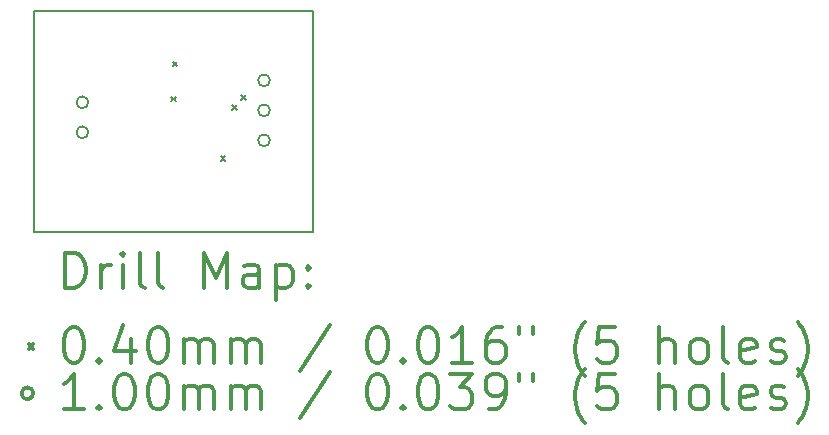
<source format=gbr>
%FSLAX45Y45*%
G04 Gerber Fmt 4.5, Leading zero omitted, Abs format (unit mm)*
G04 Created by KiCad (PCBNEW 4.0.7) date 07/15/18 12:38:28*
%MOMM*%
%LPD*%
G01*
G04 APERTURE LIST*
%ADD10C,0.127000*%
%ADD11C,0.150000*%
%ADD12C,0.200000*%
%ADD13C,0.300000*%
G04 APERTURE END LIST*
D10*
D11*
X13366496Y-11628628D02*
X13366496Y-9756648D01*
X15724632Y-11628628D02*
X13366496Y-11628628D01*
X15724632Y-9756648D02*
X15724632Y-11628628D01*
X13366496Y-9756648D02*
X15724632Y-9756648D01*
D12*
X14523024Y-10479344D02*
X14563024Y-10519344D01*
X14563024Y-10479344D02*
X14523024Y-10519344D01*
X14539280Y-10182672D02*
X14579280Y-10222672D01*
X14579280Y-10182672D02*
X14539280Y-10222672D01*
X14945680Y-10983280D02*
X14985680Y-11023280D01*
X14985680Y-10983280D02*
X14945680Y-11023280D01*
X15043216Y-10550464D02*
X15083216Y-10590464D01*
X15083216Y-10550464D02*
X15043216Y-10590464D01*
X15117892Y-10466644D02*
X15157892Y-10506644D01*
X15157892Y-10466644D02*
X15117892Y-10506644D01*
X13824420Y-10528046D02*
G75*
G03X13824420Y-10528046I-50000J0D01*
G01*
X13824420Y-10782046D02*
G75*
G03X13824420Y-10782046I-50000J0D01*
G01*
X15361628Y-10341864D02*
G75*
G03X15361628Y-10341864I-50000J0D01*
G01*
X15361628Y-10595864D02*
G75*
G03X15361628Y-10595864I-50000J0D01*
G01*
X15361628Y-10849864D02*
G75*
G03X15361628Y-10849864I-50000J0D01*
G01*
D13*
X13630424Y-12101842D02*
X13630424Y-11801842D01*
X13701853Y-11801842D01*
X13744710Y-11816128D01*
X13773282Y-11844699D01*
X13787567Y-11873271D01*
X13801853Y-11930414D01*
X13801853Y-11973271D01*
X13787567Y-12030414D01*
X13773282Y-12058985D01*
X13744710Y-12087557D01*
X13701853Y-12101842D01*
X13630424Y-12101842D01*
X13930424Y-12101842D02*
X13930424Y-11901842D01*
X13930424Y-11958985D02*
X13944710Y-11930414D01*
X13958996Y-11916128D01*
X13987567Y-11901842D01*
X14016139Y-11901842D01*
X14116139Y-12101842D02*
X14116139Y-11901842D01*
X14116139Y-11801842D02*
X14101853Y-11816128D01*
X14116139Y-11830414D01*
X14130424Y-11816128D01*
X14116139Y-11801842D01*
X14116139Y-11830414D01*
X14301853Y-12101842D02*
X14273282Y-12087557D01*
X14258996Y-12058985D01*
X14258996Y-11801842D01*
X14458996Y-12101842D02*
X14430424Y-12087557D01*
X14416139Y-12058985D01*
X14416139Y-11801842D01*
X14801853Y-12101842D02*
X14801853Y-11801842D01*
X14901853Y-12016128D01*
X15001853Y-11801842D01*
X15001853Y-12101842D01*
X15273282Y-12101842D02*
X15273282Y-11944699D01*
X15258996Y-11916128D01*
X15230424Y-11901842D01*
X15173282Y-11901842D01*
X15144710Y-11916128D01*
X15273282Y-12087557D02*
X15244710Y-12101842D01*
X15173282Y-12101842D01*
X15144710Y-12087557D01*
X15130424Y-12058985D01*
X15130424Y-12030414D01*
X15144710Y-12001842D01*
X15173282Y-11987557D01*
X15244710Y-11987557D01*
X15273282Y-11973271D01*
X15416139Y-11901842D02*
X15416139Y-12201842D01*
X15416139Y-11916128D02*
X15444710Y-11901842D01*
X15501853Y-11901842D01*
X15530424Y-11916128D01*
X15544710Y-11930414D01*
X15558996Y-11958985D01*
X15558996Y-12044699D01*
X15544710Y-12073271D01*
X15530424Y-12087557D01*
X15501853Y-12101842D01*
X15444710Y-12101842D01*
X15416139Y-12087557D01*
X15687567Y-12073271D02*
X15701853Y-12087557D01*
X15687567Y-12101842D01*
X15673282Y-12087557D01*
X15687567Y-12073271D01*
X15687567Y-12101842D01*
X15687567Y-11916128D02*
X15701853Y-11930414D01*
X15687567Y-11944699D01*
X15673282Y-11930414D01*
X15687567Y-11916128D01*
X15687567Y-11944699D01*
X13318996Y-12576128D02*
X13358996Y-12616128D01*
X13358996Y-12576128D02*
X13318996Y-12616128D01*
X13687567Y-12431842D02*
X13716139Y-12431842D01*
X13744710Y-12446128D01*
X13758996Y-12460414D01*
X13773282Y-12488985D01*
X13787567Y-12546128D01*
X13787567Y-12617557D01*
X13773282Y-12674699D01*
X13758996Y-12703271D01*
X13744710Y-12717557D01*
X13716139Y-12731842D01*
X13687567Y-12731842D01*
X13658996Y-12717557D01*
X13644710Y-12703271D01*
X13630424Y-12674699D01*
X13616139Y-12617557D01*
X13616139Y-12546128D01*
X13630424Y-12488985D01*
X13644710Y-12460414D01*
X13658996Y-12446128D01*
X13687567Y-12431842D01*
X13916139Y-12703271D02*
X13930424Y-12717557D01*
X13916139Y-12731842D01*
X13901853Y-12717557D01*
X13916139Y-12703271D01*
X13916139Y-12731842D01*
X14187567Y-12531842D02*
X14187567Y-12731842D01*
X14116139Y-12417557D02*
X14044710Y-12631842D01*
X14230424Y-12631842D01*
X14401853Y-12431842D02*
X14430424Y-12431842D01*
X14458996Y-12446128D01*
X14473282Y-12460414D01*
X14487567Y-12488985D01*
X14501853Y-12546128D01*
X14501853Y-12617557D01*
X14487567Y-12674699D01*
X14473282Y-12703271D01*
X14458996Y-12717557D01*
X14430424Y-12731842D01*
X14401853Y-12731842D01*
X14373282Y-12717557D01*
X14358996Y-12703271D01*
X14344710Y-12674699D01*
X14330424Y-12617557D01*
X14330424Y-12546128D01*
X14344710Y-12488985D01*
X14358996Y-12460414D01*
X14373282Y-12446128D01*
X14401853Y-12431842D01*
X14630424Y-12731842D02*
X14630424Y-12531842D01*
X14630424Y-12560414D02*
X14644710Y-12546128D01*
X14673282Y-12531842D01*
X14716139Y-12531842D01*
X14744710Y-12546128D01*
X14758996Y-12574699D01*
X14758996Y-12731842D01*
X14758996Y-12574699D02*
X14773282Y-12546128D01*
X14801853Y-12531842D01*
X14844710Y-12531842D01*
X14873282Y-12546128D01*
X14887567Y-12574699D01*
X14887567Y-12731842D01*
X15030424Y-12731842D02*
X15030424Y-12531842D01*
X15030424Y-12560414D02*
X15044710Y-12546128D01*
X15073282Y-12531842D01*
X15116139Y-12531842D01*
X15144710Y-12546128D01*
X15158996Y-12574699D01*
X15158996Y-12731842D01*
X15158996Y-12574699D02*
X15173282Y-12546128D01*
X15201853Y-12531842D01*
X15244710Y-12531842D01*
X15273282Y-12546128D01*
X15287567Y-12574699D01*
X15287567Y-12731842D01*
X15873282Y-12417557D02*
X15616139Y-12803271D01*
X16258996Y-12431842D02*
X16287567Y-12431842D01*
X16316139Y-12446128D01*
X16330424Y-12460414D01*
X16344710Y-12488985D01*
X16358996Y-12546128D01*
X16358996Y-12617557D01*
X16344710Y-12674699D01*
X16330424Y-12703271D01*
X16316139Y-12717557D01*
X16287567Y-12731842D01*
X16258996Y-12731842D01*
X16230424Y-12717557D01*
X16216139Y-12703271D01*
X16201853Y-12674699D01*
X16187567Y-12617557D01*
X16187567Y-12546128D01*
X16201853Y-12488985D01*
X16216139Y-12460414D01*
X16230424Y-12446128D01*
X16258996Y-12431842D01*
X16487567Y-12703271D02*
X16501853Y-12717557D01*
X16487567Y-12731842D01*
X16473282Y-12717557D01*
X16487567Y-12703271D01*
X16487567Y-12731842D01*
X16687567Y-12431842D02*
X16716139Y-12431842D01*
X16744710Y-12446128D01*
X16758996Y-12460414D01*
X16773281Y-12488985D01*
X16787567Y-12546128D01*
X16787567Y-12617557D01*
X16773281Y-12674699D01*
X16758996Y-12703271D01*
X16744710Y-12717557D01*
X16716139Y-12731842D01*
X16687567Y-12731842D01*
X16658996Y-12717557D01*
X16644710Y-12703271D01*
X16630424Y-12674699D01*
X16616139Y-12617557D01*
X16616139Y-12546128D01*
X16630424Y-12488985D01*
X16644710Y-12460414D01*
X16658996Y-12446128D01*
X16687567Y-12431842D01*
X17073282Y-12731842D02*
X16901853Y-12731842D01*
X16987567Y-12731842D02*
X16987567Y-12431842D01*
X16958996Y-12474699D01*
X16930424Y-12503271D01*
X16901853Y-12517557D01*
X17330424Y-12431842D02*
X17273282Y-12431842D01*
X17244710Y-12446128D01*
X17230424Y-12460414D01*
X17201853Y-12503271D01*
X17187567Y-12560414D01*
X17187567Y-12674699D01*
X17201853Y-12703271D01*
X17216139Y-12717557D01*
X17244710Y-12731842D01*
X17301853Y-12731842D01*
X17330424Y-12717557D01*
X17344710Y-12703271D01*
X17358996Y-12674699D01*
X17358996Y-12603271D01*
X17344710Y-12574699D01*
X17330424Y-12560414D01*
X17301853Y-12546128D01*
X17244710Y-12546128D01*
X17216139Y-12560414D01*
X17201853Y-12574699D01*
X17187567Y-12603271D01*
X17473282Y-12431842D02*
X17473282Y-12488985D01*
X17587567Y-12431842D02*
X17587567Y-12488985D01*
X18030424Y-12846128D02*
X18016139Y-12831842D01*
X17987567Y-12788985D01*
X17973282Y-12760414D01*
X17958996Y-12717557D01*
X17944710Y-12646128D01*
X17944710Y-12588985D01*
X17958996Y-12517557D01*
X17973282Y-12474699D01*
X17987567Y-12446128D01*
X18016139Y-12403271D01*
X18030424Y-12388985D01*
X18287567Y-12431842D02*
X18144710Y-12431842D01*
X18130424Y-12574699D01*
X18144710Y-12560414D01*
X18173282Y-12546128D01*
X18244710Y-12546128D01*
X18273282Y-12560414D01*
X18287567Y-12574699D01*
X18301853Y-12603271D01*
X18301853Y-12674699D01*
X18287567Y-12703271D01*
X18273282Y-12717557D01*
X18244710Y-12731842D01*
X18173282Y-12731842D01*
X18144710Y-12717557D01*
X18130424Y-12703271D01*
X18658996Y-12731842D02*
X18658996Y-12431842D01*
X18787567Y-12731842D02*
X18787567Y-12574699D01*
X18773282Y-12546128D01*
X18744710Y-12531842D01*
X18701853Y-12531842D01*
X18673282Y-12546128D01*
X18658996Y-12560414D01*
X18973282Y-12731842D02*
X18944710Y-12717557D01*
X18930424Y-12703271D01*
X18916139Y-12674699D01*
X18916139Y-12588985D01*
X18930424Y-12560414D01*
X18944710Y-12546128D01*
X18973282Y-12531842D01*
X19016139Y-12531842D01*
X19044710Y-12546128D01*
X19058996Y-12560414D01*
X19073282Y-12588985D01*
X19073282Y-12674699D01*
X19058996Y-12703271D01*
X19044710Y-12717557D01*
X19016139Y-12731842D01*
X18973282Y-12731842D01*
X19244710Y-12731842D02*
X19216139Y-12717557D01*
X19201853Y-12688985D01*
X19201853Y-12431842D01*
X19473282Y-12717557D02*
X19444710Y-12731842D01*
X19387567Y-12731842D01*
X19358996Y-12717557D01*
X19344710Y-12688985D01*
X19344710Y-12574699D01*
X19358996Y-12546128D01*
X19387567Y-12531842D01*
X19444710Y-12531842D01*
X19473282Y-12546128D01*
X19487567Y-12574699D01*
X19487567Y-12603271D01*
X19344710Y-12631842D01*
X19601853Y-12717557D02*
X19630425Y-12731842D01*
X19687567Y-12731842D01*
X19716139Y-12717557D01*
X19730425Y-12688985D01*
X19730425Y-12674699D01*
X19716139Y-12646128D01*
X19687567Y-12631842D01*
X19644710Y-12631842D01*
X19616139Y-12617557D01*
X19601853Y-12588985D01*
X19601853Y-12574699D01*
X19616139Y-12546128D01*
X19644710Y-12531842D01*
X19687567Y-12531842D01*
X19716139Y-12546128D01*
X19830424Y-12846128D02*
X19844710Y-12831842D01*
X19873282Y-12788985D01*
X19887567Y-12760414D01*
X19901853Y-12717557D01*
X19916139Y-12646128D01*
X19916139Y-12588985D01*
X19901853Y-12517557D01*
X19887567Y-12474699D01*
X19873282Y-12446128D01*
X19844710Y-12403271D01*
X19830424Y-12388985D01*
X13358996Y-12992128D02*
G75*
G03X13358996Y-12992128I-50000J0D01*
G01*
X13787567Y-13127842D02*
X13616139Y-13127842D01*
X13701853Y-13127842D02*
X13701853Y-12827842D01*
X13673282Y-12870699D01*
X13644710Y-12899271D01*
X13616139Y-12913557D01*
X13916139Y-13099271D02*
X13930424Y-13113557D01*
X13916139Y-13127842D01*
X13901853Y-13113557D01*
X13916139Y-13099271D01*
X13916139Y-13127842D01*
X14116139Y-12827842D02*
X14144710Y-12827842D01*
X14173282Y-12842128D01*
X14187567Y-12856414D01*
X14201853Y-12884985D01*
X14216139Y-12942128D01*
X14216139Y-13013557D01*
X14201853Y-13070699D01*
X14187567Y-13099271D01*
X14173282Y-13113557D01*
X14144710Y-13127842D01*
X14116139Y-13127842D01*
X14087567Y-13113557D01*
X14073282Y-13099271D01*
X14058996Y-13070699D01*
X14044710Y-13013557D01*
X14044710Y-12942128D01*
X14058996Y-12884985D01*
X14073282Y-12856414D01*
X14087567Y-12842128D01*
X14116139Y-12827842D01*
X14401853Y-12827842D02*
X14430424Y-12827842D01*
X14458996Y-12842128D01*
X14473282Y-12856414D01*
X14487567Y-12884985D01*
X14501853Y-12942128D01*
X14501853Y-13013557D01*
X14487567Y-13070699D01*
X14473282Y-13099271D01*
X14458996Y-13113557D01*
X14430424Y-13127842D01*
X14401853Y-13127842D01*
X14373282Y-13113557D01*
X14358996Y-13099271D01*
X14344710Y-13070699D01*
X14330424Y-13013557D01*
X14330424Y-12942128D01*
X14344710Y-12884985D01*
X14358996Y-12856414D01*
X14373282Y-12842128D01*
X14401853Y-12827842D01*
X14630424Y-13127842D02*
X14630424Y-12927842D01*
X14630424Y-12956414D02*
X14644710Y-12942128D01*
X14673282Y-12927842D01*
X14716139Y-12927842D01*
X14744710Y-12942128D01*
X14758996Y-12970699D01*
X14758996Y-13127842D01*
X14758996Y-12970699D02*
X14773282Y-12942128D01*
X14801853Y-12927842D01*
X14844710Y-12927842D01*
X14873282Y-12942128D01*
X14887567Y-12970699D01*
X14887567Y-13127842D01*
X15030424Y-13127842D02*
X15030424Y-12927842D01*
X15030424Y-12956414D02*
X15044710Y-12942128D01*
X15073282Y-12927842D01*
X15116139Y-12927842D01*
X15144710Y-12942128D01*
X15158996Y-12970699D01*
X15158996Y-13127842D01*
X15158996Y-12970699D02*
X15173282Y-12942128D01*
X15201853Y-12927842D01*
X15244710Y-12927842D01*
X15273282Y-12942128D01*
X15287567Y-12970699D01*
X15287567Y-13127842D01*
X15873282Y-12813557D02*
X15616139Y-13199271D01*
X16258996Y-12827842D02*
X16287567Y-12827842D01*
X16316139Y-12842128D01*
X16330424Y-12856414D01*
X16344710Y-12884985D01*
X16358996Y-12942128D01*
X16358996Y-13013557D01*
X16344710Y-13070699D01*
X16330424Y-13099271D01*
X16316139Y-13113557D01*
X16287567Y-13127842D01*
X16258996Y-13127842D01*
X16230424Y-13113557D01*
X16216139Y-13099271D01*
X16201853Y-13070699D01*
X16187567Y-13013557D01*
X16187567Y-12942128D01*
X16201853Y-12884985D01*
X16216139Y-12856414D01*
X16230424Y-12842128D01*
X16258996Y-12827842D01*
X16487567Y-13099271D02*
X16501853Y-13113557D01*
X16487567Y-13127842D01*
X16473282Y-13113557D01*
X16487567Y-13099271D01*
X16487567Y-13127842D01*
X16687567Y-12827842D02*
X16716139Y-12827842D01*
X16744710Y-12842128D01*
X16758996Y-12856414D01*
X16773281Y-12884985D01*
X16787567Y-12942128D01*
X16787567Y-13013557D01*
X16773281Y-13070699D01*
X16758996Y-13099271D01*
X16744710Y-13113557D01*
X16716139Y-13127842D01*
X16687567Y-13127842D01*
X16658996Y-13113557D01*
X16644710Y-13099271D01*
X16630424Y-13070699D01*
X16616139Y-13013557D01*
X16616139Y-12942128D01*
X16630424Y-12884985D01*
X16644710Y-12856414D01*
X16658996Y-12842128D01*
X16687567Y-12827842D01*
X16887567Y-12827842D02*
X17073282Y-12827842D01*
X16973282Y-12942128D01*
X17016139Y-12942128D01*
X17044710Y-12956414D01*
X17058996Y-12970699D01*
X17073282Y-12999271D01*
X17073282Y-13070699D01*
X17058996Y-13099271D01*
X17044710Y-13113557D01*
X17016139Y-13127842D01*
X16930424Y-13127842D01*
X16901853Y-13113557D01*
X16887567Y-13099271D01*
X17216139Y-13127842D02*
X17273282Y-13127842D01*
X17301853Y-13113557D01*
X17316139Y-13099271D01*
X17344710Y-13056414D01*
X17358996Y-12999271D01*
X17358996Y-12884985D01*
X17344710Y-12856414D01*
X17330424Y-12842128D01*
X17301853Y-12827842D01*
X17244710Y-12827842D01*
X17216139Y-12842128D01*
X17201853Y-12856414D01*
X17187567Y-12884985D01*
X17187567Y-12956414D01*
X17201853Y-12984985D01*
X17216139Y-12999271D01*
X17244710Y-13013557D01*
X17301853Y-13013557D01*
X17330424Y-12999271D01*
X17344710Y-12984985D01*
X17358996Y-12956414D01*
X17473282Y-12827842D02*
X17473282Y-12884985D01*
X17587567Y-12827842D02*
X17587567Y-12884985D01*
X18030424Y-13242128D02*
X18016139Y-13227842D01*
X17987567Y-13184985D01*
X17973282Y-13156414D01*
X17958996Y-13113557D01*
X17944710Y-13042128D01*
X17944710Y-12984985D01*
X17958996Y-12913557D01*
X17973282Y-12870699D01*
X17987567Y-12842128D01*
X18016139Y-12799271D01*
X18030424Y-12784985D01*
X18287567Y-12827842D02*
X18144710Y-12827842D01*
X18130424Y-12970699D01*
X18144710Y-12956414D01*
X18173282Y-12942128D01*
X18244710Y-12942128D01*
X18273282Y-12956414D01*
X18287567Y-12970699D01*
X18301853Y-12999271D01*
X18301853Y-13070699D01*
X18287567Y-13099271D01*
X18273282Y-13113557D01*
X18244710Y-13127842D01*
X18173282Y-13127842D01*
X18144710Y-13113557D01*
X18130424Y-13099271D01*
X18658996Y-13127842D02*
X18658996Y-12827842D01*
X18787567Y-13127842D02*
X18787567Y-12970699D01*
X18773282Y-12942128D01*
X18744710Y-12927842D01*
X18701853Y-12927842D01*
X18673282Y-12942128D01*
X18658996Y-12956414D01*
X18973282Y-13127842D02*
X18944710Y-13113557D01*
X18930424Y-13099271D01*
X18916139Y-13070699D01*
X18916139Y-12984985D01*
X18930424Y-12956414D01*
X18944710Y-12942128D01*
X18973282Y-12927842D01*
X19016139Y-12927842D01*
X19044710Y-12942128D01*
X19058996Y-12956414D01*
X19073282Y-12984985D01*
X19073282Y-13070699D01*
X19058996Y-13099271D01*
X19044710Y-13113557D01*
X19016139Y-13127842D01*
X18973282Y-13127842D01*
X19244710Y-13127842D02*
X19216139Y-13113557D01*
X19201853Y-13084985D01*
X19201853Y-12827842D01*
X19473282Y-13113557D02*
X19444710Y-13127842D01*
X19387567Y-13127842D01*
X19358996Y-13113557D01*
X19344710Y-13084985D01*
X19344710Y-12970699D01*
X19358996Y-12942128D01*
X19387567Y-12927842D01*
X19444710Y-12927842D01*
X19473282Y-12942128D01*
X19487567Y-12970699D01*
X19487567Y-12999271D01*
X19344710Y-13027842D01*
X19601853Y-13113557D02*
X19630425Y-13127842D01*
X19687567Y-13127842D01*
X19716139Y-13113557D01*
X19730425Y-13084985D01*
X19730425Y-13070699D01*
X19716139Y-13042128D01*
X19687567Y-13027842D01*
X19644710Y-13027842D01*
X19616139Y-13013557D01*
X19601853Y-12984985D01*
X19601853Y-12970699D01*
X19616139Y-12942128D01*
X19644710Y-12927842D01*
X19687567Y-12927842D01*
X19716139Y-12942128D01*
X19830424Y-13242128D02*
X19844710Y-13227842D01*
X19873282Y-13184985D01*
X19887567Y-13156414D01*
X19901853Y-13113557D01*
X19916139Y-13042128D01*
X19916139Y-12984985D01*
X19901853Y-12913557D01*
X19887567Y-12870699D01*
X19873282Y-12842128D01*
X19844710Y-12799271D01*
X19830424Y-12784985D01*
M02*

</source>
